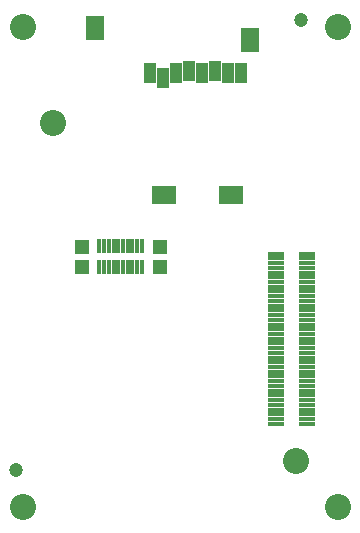
<source format=gbr>
G04 EAGLE Gerber RS-274X export*
G75*
%MOMM*%
%FSLAX34Y34*%
%LPD*%
%INSoldermask Top*%
%IPPOS*%
%AMOC8*
5,1,8,0,0,1.08239X$1,22.5*%
G01*
%ADD10C,2.203200*%
%ADD11R,1.343200X0.403200*%
%ADD12C,1.203200*%
%ADD13R,2.003200X1.603200*%
%ADD14R,1.603200X2.103200*%
%ADD15R,1.003200X1.703200*%
%ADD16R,0.403200X1.303200*%
%ADD17R,0.403200X1.203200*%
%ADD18R,1.203200X1.303200*%


D10*
X285750Y19050D03*
X19050Y19050D03*
X19050Y425450D03*
X285750Y425450D03*
X44100Y344800D03*
X250100Y57900D03*
D11*
X259600Y229798D03*
X233200Y229798D03*
X259600Y225798D03*
X233200Y225798D03*
X259600Y221798D03*
X233200Y221798D03*
X259600Y217798D03*
X233200Y217798D03*
X259600Y213798D03*
X233200Y213798D03*
X259600Y209798D03*
X233200Y209798D03*
X259600Y205798D03*
X233200Y205798D03*
X259600Y201798D03*
X233200Y201798D03*
X259600Y197798D03*
X233200Y197798D03*
X259600Y193798D03*
X233200Y193798D03*
X259600Y189798D03*
X233200Y189798D03*
X259600Y185798D03*
X233200Y185798D03*
X259600Y181798D03*
X233200Y181798D03*
X259600Y177798D03*
X233200Y177798D03*
X259600Y173798D03*
X233200Y173798D03*
X259600Y169798D03*
X233200Y169798D03*
X259600Y165798D03*
X233200Y165798D03*
X259600Y161798D03*
X233200Y161798D03*
X259600Y157798D03*
X233200Y157798D03*
X259600Y153798D03*
X233200Y153798D03*
X259600Y149798D03*
X233200Y149798D03*
X259600Y145798D03*
X233200Y145798D03*
X259600Y141798D03*
X233200Y141798D03*
X259600Y137798D03*
X233200Y137798D03*
X259600Y133798D03*
X233200Y133798D03*
X259600Y129798D03*
X233200Y129798D03*
X259600Y125798D03*
X233200Y125798D03*
X259600Y121798D03*
X233200Y121798D03*
X259600Y117798D03*
X233200Y117798D03*
X259600Y113798D03*
X233200Y113798D03*
X259600Y109798D03*
X233200Y109798D03*
X259600Y105798D03*
X233200Y105798D03*
X259600Y101798D03*
X233200Y101798D03*
X259600Y97798D03*
X233200Y97798D03*
X259600Y93798D03*
X233200Y93798D03*
X259600Y89798D03*
X233200Y89798D03*
X259600Y233798D03*
X233200Y233798D03*
D12*
X12700Y50800D03*
X254000Y431800D03*
D13*
X138400Y283400D03*
X195400Y283400D03*
D14*
X211400Y414900D03*
X79900Y424900D03*
D15*
X126500Y386400D03*
X137500Y382400D03*
X148500Y386400D03*
X159500Y388400D03*
X170500Y386400D03*
X181500Y388400D03*
X192500Y386400D03*
X203500Y386400D03*
D16*
X83600Y222640D03*
D17*
X87600Y222140D03*
X91600Y222140D03*
X95600Y222140D03*
X99600Y222140D03*
X103600Y222140D03*
X107600Y222140D03*
X111600Y222140D03*
X115600Y222140D03*
X119600Y222140D03*
X119600Y240140D03*
X115600Y240140D03*
X111600Y240140D03*
X107600Y240140D03*
X103600Y240140D03*
X99600Y240140D03*
X95600Y240140D03*
X91600Y240140D03*
X87600Y240140D03*
X83600Y240140D03*
D18*
X134620Y222640D03*
X134620Y239640D03*
X68580Y239640D03*
X68580Y222640D03*
M02*

</source>
